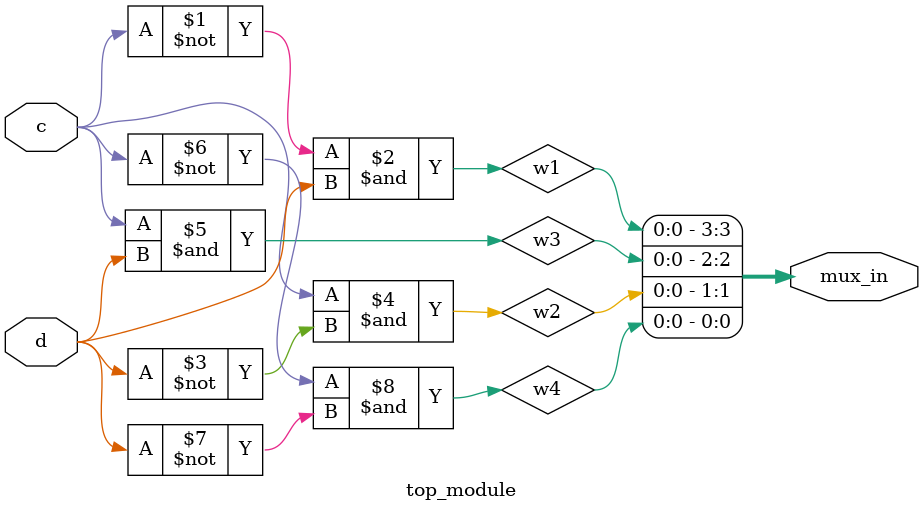
<source format=sv>
module top_module (
	input c,
	input d,
	output [3:0] mux_in
);

wire w1, w2, w3, w4;

assign w1 = ~c & d;
assign w2 = c & ~d;
assign w3 = c & d;
assign w4 = ~c & ~d;

assign mux_in[0] = w4;
assign mux_in[1] = w2;
assign mux_in[2] = w3;
assign mux_in[3] = w1;

endmodule

</source>
